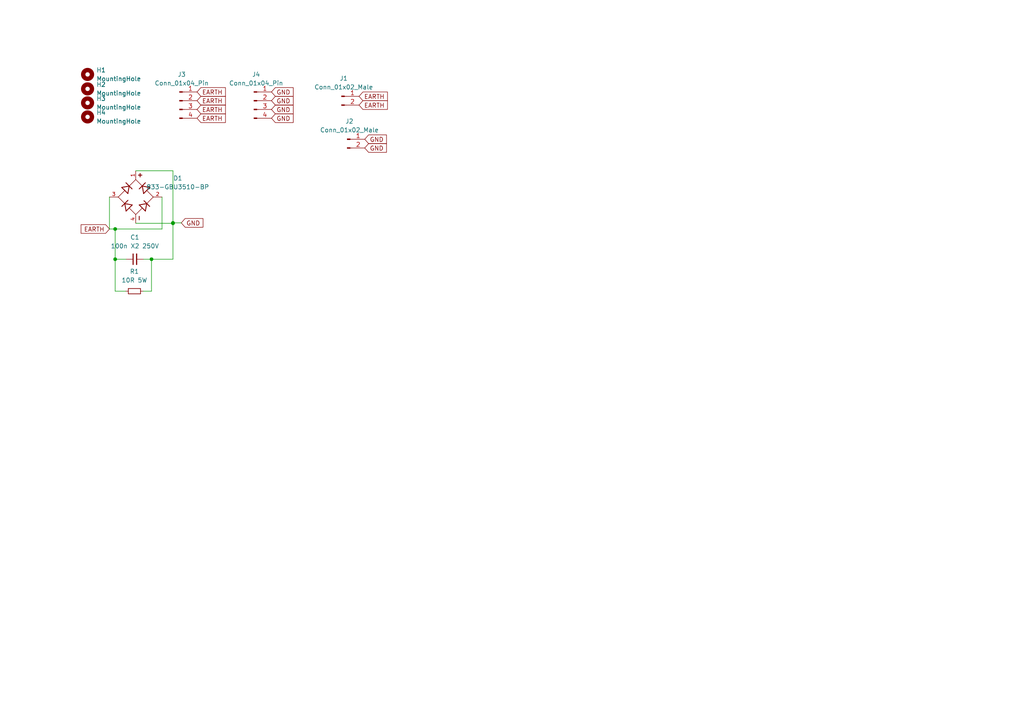
<source format=kicad_sch>
(kicad_sch (version 20231120) (generator "eeschema") (generator_version "8.0")
  (paper "A4")
  (lib_symbols
    (symbol "Connector:Conn_01x02_Male" (pin_names (offset 1.016) hide)
      (property "Reference" "J" (at 0 2.54 0))
      (property "Value" "Conn_01x02_Male" (at 0 -5.08 0))
      (symbol "Conn_01x02_Male_1_1"
        (polyline (pts (xy 1.27 -2.54) (xy 0.8636 -2.54)) (stroke (width 0.1524)))
        (polyline (pts (xy 1.27 0) (xy 0.8636 0)) (stroke (width 0.1524)))
        (rectangle (start 0.8636 -2.413) (end 0 -2.667) (stroke (width 0.1524)) (fill (type outline)))
        (rectangle (start 0.8636 0.127) (end 0 -0.127) (stroke (width 0.1524)) (fill (type outline)))
        (pin passive line (at 5.08 0 180) (length 3.81) (name "Pin_1") (number "1"))
        (pin passive line (at 5.08 -2.54 180) (length 3.81) (name "Pin_2") (number "2"))
      )
    )
    (symbol "Connector:Conn_01x04_Pin" (pin_names (offset 1.016) hide)
      (property "Reference" "J" (at 0 5.08 0))
      (property "Value" "Conn_01x04_Pin" (at 0 -7.62 0))
      (symbol "Conn_01x04_Pin_1_1"
        (polyline (pts (xy 1.27 -5.08) (xy 0.8636 -5.08)) (stroke (width 0.1524)))
        (polyline (pts (xy 1.27 -2.54) (xy 0.8636 -2.54)) (stroke (width 0.1524)))
        (polyline (pts (xy 1.27 0) (xy 0.8636 0)) (stroke (width 0.1524)))
        (polyline (pts (xy 1.27 2.54) (xy 0.8636 2.54)) (stroke (width 0.1524)))
        (rectangle (start 0.8636 -4.953) (end 0 -5.207) (stroke (width 0.1524)) (fill (type outline)))
        (rectangle (start 0.8636 -2.413) (end 0 -2.667) (stroke (width 0.1524)) (fill (type outline)))
        (rectangle (start 0.8636 0.127) (end 0 -0.127) (stroke (width 0.1524)) (fill (type outline)))
        (rectangle (start 0.8636 2.667) (end 0 2.413) (stroke (width 0.1524)) (fill (type outline)))
        (pin passive line (at 5.08 2.54 180) (length 3.81) (name "Pin_1") (number "1"))
        (pin passive line (at 5.08 0 180) (length 3.81) (name "Pin_2") (number "2"))
        (pin passive line (at 5.08 -2.54 180) (length 3.81) (name "Pin_3") (number "3"))
        (pin passive line (at 5.08 -5.08 180) (length 3.81) (name "Pin_4") (number "4"))
      )
    )
    (symbol "Device:C_Small" (pin_numbers hide) (pin_names (offset 0.254) hide)
      (property "Reference" "C" (at 0.254 1.778 0))
      (property "Value" "C_Small" (at 0.254 -2.032 0))
      (symbol "C_Small_0_1"
        (polyline (pts (xy -1.524 -0.508) (xy 1.524 -0.508)) (stroke (width 0.3302)))
        (polyline (pts (xy -1.524 0.508) (xy 1.524 0.508)) (stroke (width 0.3048)))
      )
      (symbol "C_Small_1_1"
        (pin passive line (at 0 2.54 270) (length 2.032) (name "~") (number "1"))
        (pin passive line (at 0 -2.54 90) (length 2.032) (name "~") (number "2"))
      )
    )
    (symbol "Device:R_Small" (pin_numbers hide) (pin_names (offset 0.254) hide)
      (property "Reference" "R" (at 0.762 0.508 0))
      (property "Value" "R_Small" (at 0.762 -1.016 0))
      (symbol "R_Small_0_1"
        (rectangle (start -0.762 1.778) (end 0.762 -1.778) (stroke (width 0.2032)))
      )
      (symbol "R_Small_1_1"
        (pin passive line (at 0 2.54 270) (length 0.762) (name "~") (number "1"))
        (pin passive line (at 0 -2.54 90) (length 0.762) (name "~") (number "2"))
      )
    )
    (symbol "GBJ2510-F:GBJ2510-F" (pin_names (offset 1.016) hide)
      (property "Reference" "D" (at 5.08 5.08 0))
      (property "Value" "GBJ2510-F" (at 5.08 -7.62 0))
      (symbol "GBJ2510-F_0_0"
        (polyline (pts (xy -6.858 1.27) (xy -5.842 1.27)) (stroke (width 0.254)))
        (polyline (pts (xy -6.35 0.762) (xy -6.35 1.778)) (stroke (width 0.254)))
        (polyline (pts (xy -5.08 0) (xy -3.175 -1.905)) (stroke (width 0.1524)))
        (polyline (pts (xy -3.175 -1.905) (xy -2.794 -4.064)) (stroke (width 0.254)))
        (polyline (pts (xy -3.175 -1.905) (xy -1.016 -2.286)) (stroke (width 0.254)))
        (polyline (pts (xy -3.175 1.905) (xy -5.08 0)) (stroke (width 0.1524)))
        (polyline (pts (xy -3.175 1.905) (xy -2.794 4.064)) (stroke (width 0.254)))
        (polyline (pts (xy -3.175 1.905) (xy -1.016 2.286)) (stroke (width 0.254)))
        (polyline (pts (xy -2.3622 -1.0668) (xy -4.1402 -2.8448)) (stroke (width 0.254)))
        (polyline (pts (xy -2.3622 1.016) (xy -4.1402 2.794)) (stroke (width 0.254)))
        (polyline (pts (xy -1.016 -2.286) (xy -2.794 -4.064)) (stroke (width 0.254)))
        (polyline (pts (xy -1.016 2.286) (xy -2.794 4.064)) (stroke (width 0.254)))
        (polyline (pts (xy 0 -5.08) (xy -1.8034 -3.2766)) (stroke (width 0.1524)))
        (polyline (pts (xy 0 -5.08) (xy 1.905 -3.175)) (stroke (width 0.1524)))
        (polyline (pts (xy 0 5.08) (xy -1.8034 3.2766)) (stroke (width 0.1524)))
        (polyline (pts (xy 1.905 -3.175) (xy 2.286 -1.016)) (stroke (width 0.254)))
        (polyline (pts (xy 1.905 -3.175) (xy 4.064 -2.794)) (stroke (width 0.254)))
        (polyline (pts (xy 1.905 3.175) (xy 0 5.08)) (stroke (width 0.1524)))
        (polyline (pts (xy 1.905 3.175) (xy 2.286 1.016)) (stroke (width 0.254)))
        (polyline (pts (xy 1.905 3.175) (xy 4.064 2.794)) (stroke (width 0.254)))
        (polyline (pts (xy 2.7178 -4.0386) (xy 0.9398 -2.2606)) (stroke (width 0.254)))
        (polyline (pts (xy 2.7178 4.0386) (xy 1.0668 2.3876)) (stroke (width 0.254)))
        (polyline (pts (xy 3.2766 -1.8034) (xy 5.08 0)) (stroke (width 0.1524)))
        (polyline (pts (xy 4.064 -2.794) (xy 2.286 -1.016)) (stroke (width 0.254)))
        (polyline (pts (xy 4.064 2.794) (xy 2.286 1.016)) (stroke (width 0.254)))
        (polyline (pts (xy 5.08 0) (xy 3.2766 1.8034)) (stroke (width 0.1524)))
        (polyline (pts (xy 5.588 1.016) (xy 6.604 1.016)) (stroke (width 0.254)))
        (pin passive line (at -7.62 0 0) (length 2.54) (name "~") (number "1"))
        (pin passive line (at 0 7.62 270) (length 2.54) (name "~") (number "2"))
        (pin passive line (at 0 -7.62 90) (length 2.54) (name "~") (number "3"))
        (pin passive line (at 7.62 0 180) (length 2.54) (name "~") (number "4"))
      )
    )
    (symbol "Mechanical:MountingHole" (pin_names (offset 1.016))
      (property "Reference" "H" (at 0 5.08 0))
      (property "Value" "MountingHole" (at 0 3.175 0))
      (symbol "MountingHole_0_1"
        (circle (center 0 0) (radius 1.27) (stroke (width 1.27)))
      )
    )
  )
  (junction (at 50.165 64.643))
  (junction (at 33.401 75.184))
  (junction (at 50.165 64.77))
  (junction (at 33.401 66.421))
  (junction (at 43.942 75.184))
  (wire (pts (xy 46.99 66.421) (xy 33.401 66.421)))
  (wire (pts (xy 43.942 75.184) (xy 50.165 75.184)))
  (wire (pts (xy 36.576 75.184) (xy 33.401 75.184)))
  (wire (pts (xy 46.99 57.15) (xy 46.99 66.421)))
  (wire (pts (xy 43.942 84.455) (xy 41.529 84.455)))
  (wire (pts (xy 33.401 84.455) (xy 36.449 84.455)))
  (wire (pts (xy 39.37 49.53) (xy 50.165 49.53)))
  (wire (pts (xy 50.165 49.53) (xy 50.165 64.643)))
  (wire (pts (xy 43.942 75.184) (xy 43.942 84.455)))
  (wire (pts (xy 41.656 75.184) (xy 43.942 75.184)))
  (wire (pts (xy 33.401 75.184) (xy 33.401 84.455)))
  (wire (pts (xy 33.401 66.421) (xy 31.75 66.421)))
  (wire (pts (xy 50.165 64.77) (xy 39.37 64.77)))
  (wire (pts (xy 33.401 66.421) (xy 33.401 75.184)))
  (wire (pts (xy 31.75 66.421) (xy 31.75 57.15)))
  (wire (pts (xy 50.165 64.643) (xy 50.165 64.77)))
  (wire (pts (xy 50.165 64.643) (xy 52.578 64.643)))
  (wire (pts (xy 50.165 75.184) (xy 50.165 64.77)))
  (global_label "EARTH" (shape input) (at 57.15 31.75 0) (property "Intersheetrefs" "${INTERSHEET_REFS}" (effects (hide yes))))
  (global_label "GND" (shape input) (at 78.74 26.67 0) (property "Intersheetrefs" "${INTERSHEET_REFS}" (effects (hide yes))))
  (global_label "EARTH" (shape input) (at 57.15 34.29 0) (property "Intersheetrefs" "${INTERSHEET_REFS}" (effects (hide yes))))
  (global_label "GND" (shape input) (at 105.791 42.926 0) (property "Intersheetrefs" "${INTERSHEET_REFS}" (effects (hide yes))))
  (global_label "GND" (shape input) (at 78.74 31.75 0) (property "Intersheetrefs" "${INTERSHEET_REFS}" (effects (hide yes))))
  (global_label "GND" (shape input) (at 78.74 29.21 0) (property "Intersheetrefs" "${INTERSHEET_REFS}" (effects (hide yes))))
  (global_label "GND" (shape input) (at 78.74 34.29 0) (property "Intersheetrefs" "${INTERSHEET_REFS}" (effects (hide yes))))
  (global_label "EARTH" (shape input) (at 104.14 30.48 0) (property "Intersheetrefs" "${INTERSHEET_REFS}" (effects (hide yes))))
  (global_label "EARTH" (shape input) (at 104.14 27.94 0) (property "Intersheetrefs" "${INTERSHEET_REFS}" (effects (hide yes))))
  (global_label "EARTH" (shape input) (at 31.75 66.421 180) (property "Intersheetrefs" "${INTERSHEET_REFS}" (effects (hide yes))))
  (global_label "EARTH" (shape input) (at 57.15 26.67 0) (property "Intersheetrefs" "${INTERSHEET_REFS}" (effects (hide yes))))
  (global_label "GND" (shape input) (at 52.578 64.643 0) (property "Intersheetrefs" "${INTERSHEET_REFS}" (effects (hide yes))))
  (global_label "GND" (shape input) (at 105.791 40.386 0) (property "Intersheetrefs" "${INTERSHEET_REFS}" (effects (hide yes))))
  (global_label "EARTH" (shape input) (at 57.15 29.21 0) (property "Intersheetrefs" "${INTERSHEET_REFS}" (effects (hide yes))))
  (symbol (lib_id "Device:R_Small") (at 38.989 84.455 90) (unit 1)
    (property "Reference" "R1" (at 38.989 78.74 90))
    (property "Value" "10R 5W" (at 38.989 81.28 90))
    (property "Footprint" "Resistor_THT:R_Axial_DIN0617_L17.0mm_D6.0mm_P25.40mm_Horizontal" (effects (hide yes)))
    (property "Mouser" " 594-AC05W10R00J " (effects (hide yes)))
  )
  (symbol (lib_id "GBJ2510-F:GBJ2510-F") (at 39.37 57.15 270) (unit 1)
    (property "Reference" "D1" (at 51.562 51.6888 90))
    (property "Value" "833-GBU3510-BP" (at 51.562 54.2288 90))
    (property "Footprint" "Diode_THT:Diode_Bridge_Vishay_GBU" (effects (hide yes)))
    (property "DESCRIPTION" "Diode Rectifier Bridge Single 1KV 35A 4-Pin_4+Tab_ Case GBJ Bulk/Tube" (effects (hide yes)))
    (property "MF" "Micro Commercial" (effects (hide yes)))
    (property "AVAILABILITY" "Unavailable" (effects (hide yes)))
    (property "MP" "GBJ3510-BP" (effects (hide yes)))
    (property "PACKAGE" "SIP-4 MCC" (effects (hide yes)))
    (property "PRICE" "None" (effects (hide yes)))
    (property "Mouser" "833-GBU3510-BP" (effects (hide yes)))
  )
  (symbol (lib_id "Mechanical:MountingHole") (at 25.4 25.781 0) (unit 1)
    (property "Reference" "H2" (at 27.94 24.5109 0) (effects (justify left)))
    (property "Value" "MountingHole" (at 27.94 27.0509 0) (effects (justify left)))
    (property "Footprint" "MountingHole:MountingHole_3.2mm_M3_DIN965_Pad_TopOnly" (effects (hide yes)))
  )
  (symbol (lib_id "Mechanical:MountingHole") (at 25.4 33.909 0) (unit 1)
    (property "Reference" "H4" (at 27.94 32.6389 0) (effects (justify left)))
    (property "Value" "MountingHole" (at 27.94 35.1789 0) (effects (justify left)))
    (property "Footprint" "MountingHole:MountingHole_3.2mm_M3_DIN965_Pad_TopOnly" (effects (hide yes)))
  )
  (symbol (lib_id "Device:C_Small") (at 39.116 75.184 90) (unit 1)
    (property "Reference" "C1" (at 39.116 68.834 90))
    (property "Value" "100n X2 250V" (at 39.116 71.374 90))
    (property "Footprint" "Capacitor_THT:C_Rect_L18.0mm_W5.0mm_P15.00mm_FKS3_FKP3" (effects (hide yes)))
    (property "Mouser" "871-B32922X2104K000" (effects (hide yes)))
  )
  (symbol (lib_id "Connector:Conn_01x04_Pin") (at 73.66 29.21 0) (unit 1)
    (property "Reference" "J4" (at 74.295 21.59 0))
    (property "Value" "Conn_01x04_Pin" (at 74.295 24.13 0))
    (property "Footprint" "TerminalBlock_Phoenix:TerminalBlock_Phoenix_PT-1,5-4-3.5-H_1x04_P3.50mm_Horizontal" (effects (hide yes)))
    (property "Description" "Generic connector, single row, 01x04, script generated" (effects (hide yes)))
  )
  (symbol (lib_id "Mechanical:MountingHole") (at 25.4 21.59 0) (unit 1)
    (property "Reference" "H1" (at 27.94 20.3199 0) (effects (justify left)))
    (property "Value" "MountingHole" (at 27.94 22.8599 0) (effects (justify left)))
    (property "Footprint" "MountingHole:MountingHole_3.2mm_M3_DIN965_Pad_TopOnly" (effects (hide yes)))
  )
  (symbol (lib_id "Connector:Conn_01x04_Pin") (at 52.07 29.21 0) (unit 1)
    (property "Reference" "J3" (at 52.705 21.59 0))
    (property "Value" "Conn_01x04_Pin" (at 52.705 24.13 0))
    (property "Footprint" "TerminalBlock_Phoenix:TerminalBlock_Phoenix_PT-1,5-4-3.5-H_1x04_P3.50mm_Horizontal" (effects (hide yes)))
    (property "Description" "Generic connector, single row, 01x04, script generated" (effects (hide yes)))
  )
  (symbol (lib_id "Connector:Conn_01x02_Male") (at 100.711 40.386 0) (unit 1)
    (property "Reference" "J2" (at 101.346 35.179 0))
    (property "Value" "Conn_01x02_Male" (at 101.346 37.719 0))
    (property "Footprint" "Connector_JST:JST_VH_B2P-VH-B_1x02_P3.96mm_Vertical" (effects (hide yes)))
  )
  (symbol (lib_id "Mechanical:MountingHole") (at 25.4 29.845 0) (unit 1)
    (property "Reference" "H3" (at 27.94 28.5749 0) (effects (justify left)))
    (property "Value" "MountingHole" (at 27.94 31.1149 0) (effects (justify left)))
    (property "Footprint" "MountingHole:MountingHole_3.2mm_M3_DIN965_Pad_TopOnly" (effects (hide yes)))
  )
  (symbol (lib_id "Connector:Conn_01x02_Male") (at 99.06 27.94 0) (unit 1)
    (property "Reference" "J1" (at 99.695 22.733 0))
    (property "Value" "Conn_01x02_Male" (at 99.695 25.273 0))
    (property "Footprint" "Connector_JST:JST_VH_B2P-VH-B_1x02_P3.96mm_Vertical" (effects (hide yes)))
  )
)
</source>
